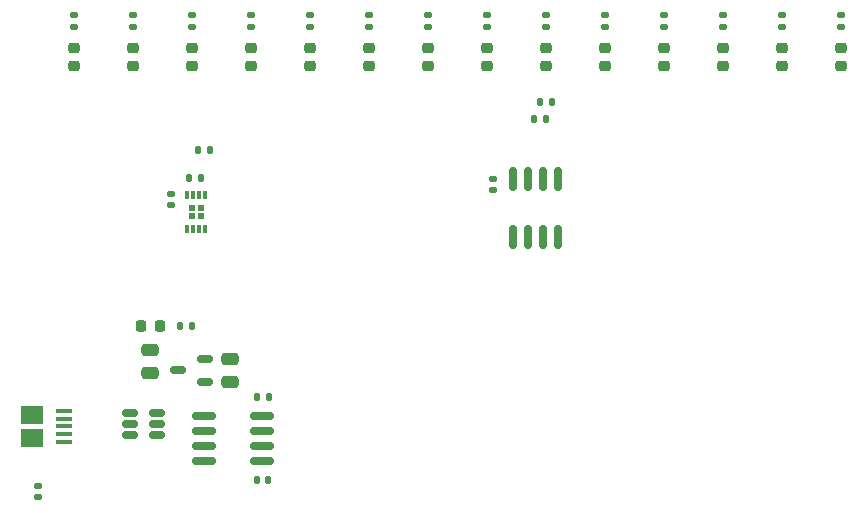
<source format=gbr>
%TF.GenerationSoftware,KiCad,Pcbnew,7.0.7-7.0.7~ubuntu23.04.1*%
%TF.CreationDate,2023-08-30T06:09:57+00:00*%
%TF.ProjectId,baggerdails,62616767-6572-4646-9169-6c732e6b6963,rev?*%
%TF.SameCoordinates,Original*%
%TF.FileFunction,Paste,Top*%
%TF.FilePolarity,Positive*%
%FSLAX46Y46*%
G04 Gerber Fmt 4.6, Leading zero omitted, Abs format (unit mm)*
G04 Created by KiCad (PCBNEW 7.0.7-7.0.7~ubuntu23.04.1) date 2023-08-30 06:09:57*
%MOMM*%
%LPD*%
G01*
G04 APERTURE LIST*
G04 Aperture macros list*
%AMRoundRect*
0 Rectangle with rounded corners*
0 $1 Rounding radius*
0 $2 $3 $4 $5 $6 $7 $8 $9 X,Y pos of 4 corners*
0 Add a 4 corners polygon primitive as box body*
4,1,4,$2,$3,$4,$5,$6,$7,$8,$9,$2,$3,0*
0 Add four circle primitives for the rounded corners*
1,1,$1+$1,$2,$3*
1,1,$1+$1,$4,$5*
1,1,$1+$1,$6,$7*
1,1,$1+$1,$8,$9*
0 Add four rect primitives between the rounded corners*
20,1,$1+$1,$2,$3,$4,$5,0*
20,1,$1+$1,$4,$5,$6,$7,0*
20,1,$1+$1,$6,$7,$8,$9,0*
20,1,$1+$1,$8,$9,$2,$3,0*%
G04 Aperture macros list end*
%ADD10RoundRect,0.150000X0.512500X0.150000X-0.512500X0.150000X-0.512500X-0.150000X0.512500X-0.150000X0*%
%ADD11RoundRect,0.147500X-0.172500X0.147500X-0.172500X-0.147500X0.172500X-0.147500X0.172500X0.147500X0*%
%ADD12RoundRect,0.218750X0.256250X-0.218750X0.256250X0.218750X-0.256250X0.218750X-0.256250X-0.218750X0*%
%ADD13RoundRect,0.140000X-0.170000X0.140000X-0.170000X-0.140000X0.170000X-0.140000X0.170000X0.140000X0*%
%ADD14RoundRect,0.135000X-0.135000X-0.185000X0.135000X-0.185000X0.135000X0.185000X-0.135000X0.185000X0*%
%ADD15RoundRect,0.135000X-0.185000X0.135000X-0.185000X-0.135000X0.185000X-0.135000X0.185000X0.135000X0*%
%ADD16RoundRect,0.250000X0.475000X-0.250000X0.475000X0.250000X-0.475000X0.250000X-0.475000X-0.250000X0*%
%ADD17RoundRect,0.140000X0.140000X0.170000X-0.140000X0.170000X-0.140000X-0.170000X0.140000X-0.170000X0*%
%ADD18RoundRect,0.135000X0.135000X0.185000X-0.135000X0.185000X-0.135000X-0.185000X0.135000X-0.185000X0*%
%ADD19R,0.600000X0.500000*%
%ADD20R,0.300000X0.750000*%
%ADD21RoundRect,0.150000X-0.825000X-0.150000X0.825000X-0.150000X0.825000X0.150000X-0.825000X0.150000X0*%
%ADD22RoundRect,0.150000X0.150000X-0.825000X0.150000X0.825000X-0.150000X0.825000X-0.150000X-0.825000X0*%
%ADD23RoundRect,0.218750X-0.218750X-0.256250X0.218750X-0.256250X0.218750X0.256250X-0.218750X0.256250X0*%
%ADD24R,1.350000X0.400000*%
%ADD25R,1.900000X1.500000*%
G04 APERTURE END LIST*
D10*
%TO.C,U103*%
X111137500Y-83200000D03*
X111137500Y-81300000D03*
X108862500Y-82250000D03*
%TD*%
D11*
%TO.C,FB101*%
X97000000Y-92030000D03*
X97000000Y-93000000D03*
%TD*%
D12*
%TO.C,D105*%
X120000000Y-56500000D03*
X120000000Y-54925000D03*
%TD*%
%TO.C,D113*%
X160000000Y-56500000D03*
X160000000Y-54925000D03*
%TD*%
D13*
%TO.C,C101*%
X108250000Y-67290000D03*
X108250000Y-68250000D03*
%TD*%
D14*
%TO.C,R109*%
X138990000Y-61000000D03*
X140010000Y-61000000D03*
%TD*%
D15*
%TO.C,R114*%
X150000000Y-52192500D03*
X150000000Y-53212500D03*
%TD*%
D12*
%TO.C,D101*%
X100000000Y-56500000D03*
X100000000Y-54925000D03*
%TD*%
D16*
%TO.C,C104*%
X113250000Y-83200000D03*
X113250000Y-81300000D03*
%TD*%
D15*
%TO.C,R112*%
X145000000Y-52192500D03*
X145000000Y-53212500D03*
%TD*%
%TO.C,R117*%
X160000000Y-52192500D03*
X160000000Y-53212500D03*
%TD*%
D17*
%TO.C,C106*%
X116500000Y-84500000D03*
X115540000Y-84500000D03*
%TD*%
D12*
%TO.C,D108*%
X135000000Y-56500000D03*
X135000000Y-54925000D03*
%TD*%
D15*
%TO.C,R116*%
X155000000Y-52192500D03*
X155000000Y-53212500D03*
%TD*%
D16*
%TO.C,C103*%
X106500000Y-82450000D03*
X106500000Y-80550000D03*
%TD*%
D15*
%TO.C,R102*%
X105000000Y-52192500D03*
X105000000Y-53212500D03*
%TD*%
D13*
%TO.C,C102*%
X135500000Y-66020000D03*
X135500000Y-66980000D03*
%TD*%
D12*
%TO.C,D106*%
X125000000Y-56500000D03*
X125000000Y-54925000D03*
%TD*%
D14*
%TO.C,R113*%
X110490000Y-63570000D03*
X111510000Y-63570000D03*
%TD*%
D15*
%TO.C,R104*%
X115000000Y-52192500D03*
X115000000Y-53212500D03*
%TD*%
D17*
%TO.C,C105*%
X116480000Y-91500000D03*
X115520000Y-91500000D03*
%TD*%
D12*
%TO.C,D107*%
X130000000Y-56500000D03*
X130000000Y-54925000D03*
%TD*%
D14*
%TO.C,R115*%
X109730000Y-66000000D03*
X110750000Y-66000000D03*
%TD*%
D12*
%TO.C,D114*%
X165000000Y-56500000D03*
X165000000Y-54925000D03*
%TD*%
D18*
%TO.C,R119*%
X110020000Y-78500000D03*
X109000000Y-78500000D03*
%TD*%
D14*
%TO.C,R107*%
X139490000Y-59500000D03*
X140510000Y-59500000D03*
%TD*%
D12*
%TO.C,D103*%
X110000000Y-56500000D03*
X110000000Y-54925000D03*
%TD*%
%TO.C,D111*%
X150000000Y-56500000D03*
X150000000Y-54925000D03*
%TD*%
D15*
%TO.C,R118*%
X165000000Y-52192500D03*
X165000000Y-53212500D03*
%TD*%
D12*
%TO.C,D109*%
X140000000Y-56500000D03*
X140000000Y-54925000D03*
%TD*%
D15*
%TO.C,R110*%
X135000000Y-52192500D03*
X135000000Y-53212500D03*
%TD*%
D19*
%TO.C,U102*%
X110000000Y-69150000D03*
X110750000Y-69150000D03*
X110000000Y-68500000D03*
X110750000Y-68500000D03*
D20*
X109625000Y-70275000D03*
X110125000Y-70275000D03*
X110625000Y-70275000D03*
X111125000Y-70275000D03*
X111125000Y-67375000D03*
X110625000Y-67375000D03*
X110125000Y-67375000D03*
X109625000Y-67375000D03*
%TD*%
D12*
%TO.C,D102*%
X105000000Y-56500000D03*
X105000000Y-54925000D03*
%TD*%
%TO.C,D112*%
X155000000Y-56500000D03*
X155000000Y-54925000D03*
%TD*%
D21*
%TO.C,U105*%
X111025000Y-86145000D03*
X111025000Y-87415000D03*
X111025000Y-88685000D03*
X111025000Y-89955000D03*
X115975000Y-89955000D03*
X115975000Y-88685000D03*
X115975000Y-87415000D03*
X115975000Y-86145000D03*
%TD*%
D15*
%TO.C,R108*%
X130000000Y-52192500D03*
X130000000Y-53212500D03*
%TD*%
D10*
%TO.C,U104*%
X107025000Y-87750000D03*
X107025000Y-86800000D03*
X107025000Y-85850000D03*
X104750000Y-85850000D03*
X104750000Y-86800000D03*
X104750000Y-87750000D03*
%TD*%
D22*
%TO.C,U101*%
X137230000Y-70975000D03*
X138500000Y-70975000D03*
X139770000Y-70975000D03*
X141040000Y-70975000D03*
X141040000Y-66025000D03*
X139770000Y-66025000D03*
X138500000Y-66025000D03*
X137230000Y-66025000D03*
%TD*%
D23*
%TO.C,D115*%
X105712500Y-78500000D03*
X107287500Y-78500000D03*
%TD*%
D15*
%TO.C,R103*%
X110000000Y-52192500D03*
X110000000Y-53212500D03*
%TD*%
D24*
%TO.C,J102*%
X99162500Y-85700000D03*
X99162500Y-86350000D03*
X99162500Y-87000000D03*
X99162500Y-87650000D03*
X99162500Y-88300000D03*
D25*
X96462500Y-86000000D03*
X96462500Y-88000000D03*
%TD*%
D15*
%TO.C,R111*%
X140000000Y-52192500D03*
X140000000Y-53212500D03*
%TD*%
%TO.C,R105*%
X120000000Y-52192500D03*
X120000000Y-53212500D03*
%TD*%
D12*
%TO.C,D110*%
X145000000Y-56500000D03*
X145000000Y-54925000D03*
%TD*%
D15*
%TO.C,R106*%
X125000000Y-52192500D03*
X125000000Y-53212500D03*
%TD*%
D12*
%TO.C,D104*%
X115000000Y-56500000D03*
X115000000Y-54925000D03*
%TD*%
D15*
%TO.C,R101*%
X100000000Y-52192500D03*
X100000000Y-53212500D03*
%TD*%
M02*

</source>
